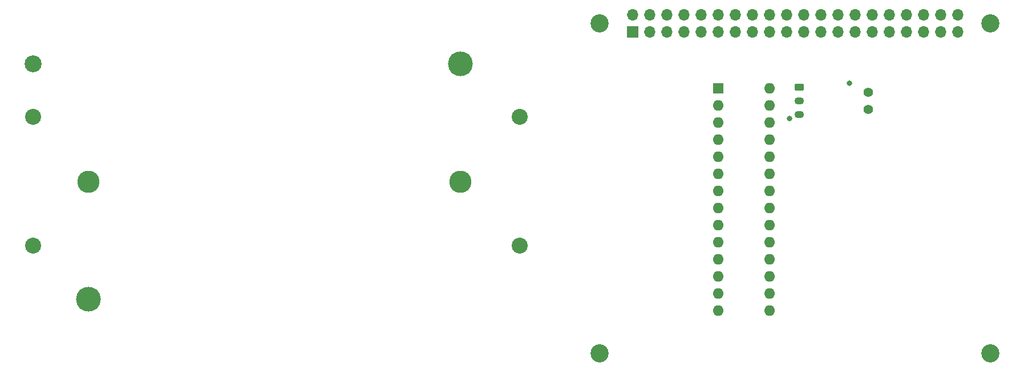
<source format=gbs>
G04 #@! TF.GenerationSoftware,KiCad,Pcbnew,8.0.5*
G04 #@! TF.CreationDate,2024-09-15T00:24:01-05:00*
G04 #@! TF.ProjectId,Lab1APCB,4c616231-4150-4434-922e-6b696361645f,rev?*
G04 #@! TF.SameCoordinates,Original*
G04 #@! TF.FileFunction,Soldermask,Bot*
G04 #@! TF.FilePolarity,Negative*
%FSLAX46Y46*%
G04 Gerber Fmt 4.6, Leading zero omitted, Abs format (unit mm)*
G04 Created by KiCad (PCBNEW 8.0.5) date 2024-09-15 00:24:01*
%MOMM*%
%LPD*%
G01*
G04 APERTURE LIST*
G04 Aperture macros list*
%AMRoundRect*
0 Rectangle with rounded corners*
0 $1 Rounding radius*
0 $2 $3 $4 $5 $6 $7 $8 $9 X,Y pos of 4 corners*
0 Add a 4 corners polygon primitive as box body*
4,1,4,$2,$3,$4,$5,$6,$7,$8,$9,$2,$3,0*
0 Add four circle primitives for the rounded corners*
1,1,$1+$1,$2,$3*
1,1,$1+$1,$4,$5*
1,1,$1+$1,$6,$7*
1,1,$1+$1,$8,$9*
0 Add four rect primitives between the rounded corners*
20,1,$1+$1,$2,$3,$4,$5,0*
20,1,$1+$1,$4,$5,$6,$7,0*
20,1,$1+$1,$6,$7,$8,$9,0*
20,1,$1+$1,$8,$9,$2,$3,0*%
G04 Aperture macros list end*
%ADD10C,2.700000*%
%ADD11C,3.310000*%
%ADD12C,3.680000*%
%ADD13C,2.510000*%
%ADD14C,2.379000*%
%ADD15C,0.800000*%
%ADD16RoundRect,0.249700X-0.450300X-0.300300X0.450300X-0.300300X0.450300X0.300300X-0.450300X0.300300X0*%
%ADD17O,1.400000X1.100000*%
%ADD18C,1.400000*%
%ADD19R,1.600000X1.600000*%
%ADD20O,1.600000X1.600000*%
%ADD21R,1.700000X1.700000*%
%ADD22O,1.700000X1.700000*%
G04 APERTURE END LIST*
D10*
X161500000Y-47500000D03*
D11*
X82810000Y-71015000D03*
D12*
X82810000Y-53500000D03*
X27610000Y-88500000D03*
D11*
X27610000Y-71015000D03*
D13*
X19390000Y-53500000D03*
D14*
X19390000Y-80565000D03*
X91610000Y-61435000D03*
X91610000Y-80565000D03*
X19390000Y-61435000D03*
D10*
X103500000Y-96500000D03*
X103500000Y-47500000D03*
D15*
X131665000Y-61630000D03*
X140625000Y-56430000D03*
D16*
X133115000Y-57030000D03*
D17*
X133115000Y-59030000D03*
X133115000Y-61030000D03*
D18*
X143415000Y-60300000D03*
X143415000Y-57760000D03*
D10*
X161500000Y-96500000D03*
D19*
X121100000Y-57175000D03*
D20*
X121100000Y-59715000D03*
X121100000Y-62255000D03*
X121100000Y-64795000D03*
X121100000Y-67335000D03*
X121100000Y-69875000D03*
X121100000Y-72415000D03*
X121100000Y-74955000D03*
X121100000Y-77495000D03*
X121100000Y-80035000D03*
X121100000Y-82575000D03*
X121100000Y-85115000D03*
X121100000Y-87655000D03*
X121100000Y-90195000D03*
X128720000Y-90195000D03*
X128720000Y-87655000D03*
X128720000Y-85115000D03*
X128720000Y-82575000D03*
X128720000Y-80035000D03*
X128720000Y-77495000D03*
X128720000Y-74955000D03*
X128720000Y-72415000D03*
X128720000Y-69875000D03*
X128720000Y-67335000D03*
X128720000Y-64795000D03*
X128720000Y-62255000D03*
X128720000Y-59715000D03*
X128720000Y-57175000D03*
D21*
X108370000Y-48770000D03*
D22*
X108370000Y-46230000D03*
X110910000Y-48770000D03*
X110910000Y-46230000D03*
X113450000Y-48770000D03*
X113450000Y-46230000D03*
X115990000Y-48770000D03*
X115990000Y-46230000D03*
X118530000Y-48770000D03*
X118530000Y-46230000D03*
X121070000Y-48770000D03*
X121070000Y-46230000D03*
X123610000Y-48770000D03*
X123610000Y-46230000D03*
X126150000Y-48770000D03*
X126150000Y-46230000D03*
X128690000Y-48770000D03*
X128690000Y-46230000D03*
X131230000Y-48770000D03*
X131230000Y-46230000D03*
X133770000Y-48770000D03*
X133770000Y-46230000D03*
X136310000Y-48770000D03*
X136310000Y-46230000D03*
X138850000Y-48770000D03*
X138850000Y-46230000D03*
X141390000Y-48770000D03*
X141390000Y-46230000D03*
X143930000Y-48770000D03*
X143930000Y-46230000D03*
X146470000Y-48770000D03*
X146470000Y-46230000D03*
X149010000Y-48770000D03*
X149010000Y-46230000D03*
X151550000Y-48770000D03*
X151550000Y-46230000D03*
X154090000Y-48770000D03*
X154090000Y-46230000D03*
X156630000Y-48770000D03*
X156630000Y-46230000D03*
M02*

</source>
